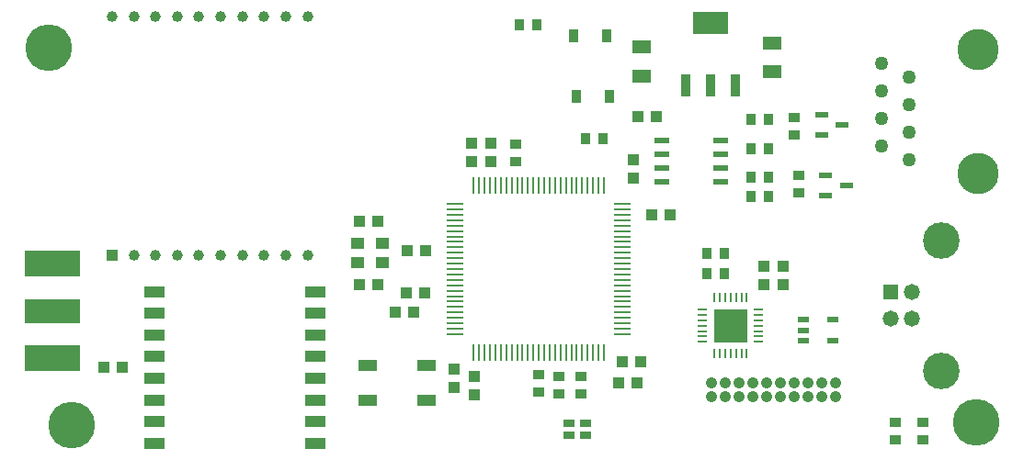
<source format=gbr>
%TF.GenerationSoftware,KiCad,Pcbnew,7.0.1*%
%TF.CreationDate,2023-04-09T14:50:31-07:00*%
%TF.ProjectId,Ground-Station-Telemetry,47726f75-6e64-42d5-9374-6174696f6e2d,rev?*%
%TF.SameCoordinates,Original*%
%TF.FileFunction,Soldermask,Top*%
%TF.FilePolarity,Negative*%
%FSLAX46Y46*%
G04 Gerber Fmt 4.6, Leading zero omitted, Abs format (unit mm)*
G04 Created by KiCad (PCBNEW 7.0.1) date 2023-04-09 14:50:31*
%MOMM*%
%LPD*%
G01*
G04 APERTURE LIST*
%ADD10C,4.300000*%
%ADD11R,1.000000X1.100000*%
%ADD12R,1.460500X0.558800*%
%ADD13R,1.100000X1.000000*%
%ADD14R,0.940000X1.020000*%
%ADD15R,1.008000X1.008000*%
%ADD16C,1.008000*%
%ADD17C,1.270000*%
%ADD18C,3.810000*%
%ADD19R,1.700000X0.990600*%
%ADD20R,0.965200X1.295400*%
%ADD21R,1.950000X1.050000*%
%ADD22R,1.020000X0.940000*%
%ADD23C,1.066800*%
%ADD24R,1.778000X1.270000*%
%ADD25R,0.979300X0.558800*%
%ADD26R,1.300000X1.100000*%
%ADD27R,1.478000X1.478000*%
%ADD28C,1.478000*%
%ADD29C,3.366000*%
%ADD30R,5.080000X2.286000*%
%ADD31R,5.080000X2.413000*%
%ADD32R,1.295400X0.558800*%
%ADD33R,1.000000X0.800000*%
%ADD34R,1.560000X0.280000*%
%ADD35R,0.280000X1.560000*%
%ADD36R,0.900000X0.254000*%
%ADD37R,0.254000X0.900000*%
%ADD38R,3.100000X3.100000*%
%ADD39R,0.950000X2.150000*%
%ADD40R,3.250000X2.150000*%
G04 APERTURE END LIST*
D10*
%TO.C,H4*%
X137541000Y-111252000D03*
%TD*%
D11*
%TO.C,C9*%
X174625000Y-106719000D03*
X174625000Y-108419000D03*
%TD*%
D12*
%TO.C,U6*%
X191839850Y-84963000D03*
X191839850Y-86233000D03*
X191839850Y-87503000D03*
X191839850Y-88773000D03*
X197288150Y-88773000D03*
X197288150Y-87503000D03*
X197288150Y-86233000D03*
X197288150Y-84963000D03*
%TD*%
D13*
%TO.C,C15*%
X168998000Y-100838000D03*
X167298000Y-100838000D03*
%TD*%
D14*
%TO.C,R12*%
X200124000Y-85725000D03*
X201704000Y-85725000D03*
%TD*%
D15*
%TO.C,U5*%
X141237500Y-95560000D03*
D16*
X143237500Y-95560000D03*
X145237500Y-95560000D03*
X147237500Y-95560000D03*
X149237500Y-95560000D03*
X151237500Y-95560000D03*
X153237500Y-95560000D03*
X155237500Y-95560000D03*
X157237500Y-95560000D03*
X159237500Y-95560000D03*
X159237500Y-73560000D03*
X157237500Y-73560000D03*
X155237500Y-73560000D03*
X153237500Y-73560000D03*
X151237500Y-73560000D03*
X149237500Y-73560000D03*
X147237500Y-73560000D03*
X145237500Y-73560000D03*
X143237500Y-73560000D03*
X141237500Y-73560000D03*
%TD*%
D17*
%TO.C,P3*%
X214630000Y-86741000D03*
X212090000Y-85471000D03*
X214630000Y-84201000D03*
X212090000Y-82931000D03*
X214630000Y-81661000D03*
X212090000Y-80391000D03*
X214630000Y-79121000D03*
X212090000Y-77851000D03*
D18*
X220980000Y-88011000D03*
X220980000Y-76581000D03*
%TD*%
D19*
%TO.C,B1*%
X170213000Y-108914999D03*
X164813000Y-108914999D03*
X170213000Y-105715001D03*
X164813000Y-105715001D03*
%TD*%
D10*
%TO.C,H2*%
X135382000Y-76454000D03*
%TD*%
D20*
%TO.C,D3*%
X183769000Y-75311000D03*
X186817000Y-75311000D03*
%TD*%
D21*
%TO.C,U4*%
X159927000Y-112918000D03*
X159927000Y-110918000D03*
X159927000Y-108918000D03*
X159927000Y-106918000D03*
X159927000Y-104918000D03*
X159927000Y-102918000D03*
X159927000Y-100918000D03*
X159927000Y-98918000D03*
X145127000Y-98918000D03*
X145127000Y-100918000D03*
X145127000Y-102918000D03*
X145127000Y-104918000D03*
X145127000Y-106918000D03*
X145127000Y-108918000D03*
X145127000Y-110918000D03*
X145127000Y-112918000D03*
%TD*%
D13*
%TO.C,C13*%
X163996000Y-98298000D03*
X165696000Y-98298000D03*
%TD*%
D14*
%TO.C,R10*%
X200124000Y-83058000D03*
X201704000Y-83058000D03*
%TD*%
D22*
%TO.C,R4*%
X213360000Y-110970000D03*
X213360000Y-112550000D03*
%TD*%
D23*
%TO.C,P1*%
X207899000Y-107303950D03*
X207899000Y-108573950D03*
X206629000Y-107303950D03*
X206629000Y-108573950D03*
X205359000Y-107303950D03*
X205359000Y-108573950D03*
X204089000Y-107303950D03*
X204089000Y-108573950D03*
X202819000Y-107303950D03*
X202819000Y-108573950D03*
X201549000Y-107303950D03*
X201549000Y-108573950D03*
X200279000Y-107303950D03*
X200279000Y-108573950D03*
X199009000Y-107303950D03*
X199009000Y-108573950D03*
X197739000Y-107303950D03*
X197739000Y-108573950D03*
X196469000Y-107303950D03*
X196469000Y-108573950D03*
%TD*%
D24*
%TO.C,C7*%
X190042800Y-79027700D03*
X190042800Y-76386100D03*
%TD*%
D25*
%TO.C,D4*%
X204882052Y-101538999D03*
X204882052Y-102489000D03*
X204882052Y-103439001D03*
X207613948Y-103439001D03*
X207613948Y-101538999D03*
%TD*%
D26*
%TO.C,Y1*%
X166139500Y-94477000D03*
X163839500Y-94477000D03*
X163839500Y-96277000D03*
X166139500Y-96277000D03*
%TD*%
D13*
%TO.C,C14*%
X170014000Y-99060000D03*
X168314000Y-99060000D03*
%TD*%
D14*
%TO.C,R7*%
X178788000Y-74295000D03*
X180368000Y-74295000D03*
%TD*%
D20*
%TO.C,D2*%
X184023000Y-80899000D03*
X187071000Y-80899000D03*
%TD*%
D22*
%TO.C,R3*%
X180543200Y-106601200D03*
X180543200Y-108181200D03*
%TD*%
%TO.C,R1*%
X182422800Y-106753600D03*
X182422800Y-108333600D03*
%TD*%
D13*
%TO.C,C2*%
X187922800Y-107340400D03*
X189622800Y-107340400D03*
%TD*%
D11*
%TO.C,C17*%
X201295000Y-98259000D03*
X201295000Y-96559000D03*
%TD*%
%TO.C,C12*%
X189230000Y-88480000D03*
X189230000Y-86780000D03*
%TD*%
D10*
%TO.C,H1*%
X220853000Y-110998000D03*
%TD*%
D14*
%TO.C,R9*%
X196032000Y-97282000D03*
X197612000Y-97282000D03*
%TD*%
D27*
%TO.C,P2*%
X212926500Y-98953000D03*
D28*
X212926500Y-101453000D03*
X214926500Y-101453000D03*
X214926500Y-98953000D03*
D29*
X217636500Y-106223000D03*
X217636500Y-94183000D03*
%TD*%
D30*
%TO.C,AE1*%
X135699500Y-100711000D03*
D31*
X135699500Y-105092500D03*
X135699500Y-96329500D03*
%TD*%
D14*
%TO.C,R13*%
X200124000Y-88392000D03*
X201704000Y-88392000D03*
%TD*%
%TO.C,R8*%
X196032000Y-95377000D03*
X197612000Y-95377000D03*
%TD*%
D32*
%TO.C,D6*%
X206946500Y-88203999D03*
X206946500Y-90104001D03*
X208851500Y-89154000D03*
%TD*%
D13*
%TO.C,C18*%
X142175600Y-105867200D03*
X140475600Y-105867200D03*
%TD*%
D22*
%TO.C,R2*%
X184454800Y-106753600D03*
X184454800Y-108333600D03*
%TD*%
%TO.C,R14*%
X204470000Y-89817000D03*
X204470000Y-88237000D03*
%TD*%
D13*
%TO.C,C8*%
X163996000Y-92456000D03*
X165696000Y-92456000D03*
%TD*%
D14*
%TO.C,R15*%
X200124000Y-90170000D03*
X201704000Y-90170000D03*
%TD*%
%TO.C,R6*%
X186464000Y-84836000D03*
X184884000Y-84836000D03*
%TD*%
D33*
%TO.C,D1*%
X183349200Y-111057600D03*
X184849200Y-111057600D03*
X184849200Y-112157600D03*
X183349200Y-112157600D03*
%TD*%
D34*
%TO.C,U1*%
X172860000Y-90841000D03*
X172860000Y-91341000D03*
X172860000Y-91841000D03*
X172860000Y-92341000D03*
X172860000Y-92841000D03*
X172860000Y-93341000D03*
X172860000Y-93841000D03*
X172860000Y-94341000D03*
X172860000Y-94841000D03*
X172860000Y-95341000D03*
X172860000Y-95841000D03*
X172860000Y-96341000D03*
X172860000Y-96841000D03*
X172860000Y-97341000D03*
X172860000Y-97841000D03*
X172860000Y-98341000D03*
X172860000Y-98841000D03*
X172860000Y-99341000D03*
X172860000Y-99841000D03*
X172860000Y-100341000D03*
X172860000Y-100841000D03*
X172860000Y-101341000D03*
X172860000Y-101841000D03*
X172860000Y-102341000D03*
X172860000Y-102841000D03*
D35*
X174540000Y-104521000D03*
X175040000Y-104521000D03*
X175540000Y-104521000D03*
X176040000Y-104521000D03*
X176540000Y-104521000D03*
X177040000Y-104521000D03*
X177540000Y-104521000D03*
X178040000Y-104521000D03*
X178540000Y-104521000D03*
X179040000Y-104521000D03*
X179540000Y-104521000D03*
X180040000Y-104521000D03*
X180540000Y-104521000D03*
X181040000Y-104521000D03*
X181540000Y-104521000D03*
X182040000Y-104521000D03*
X182540000Y-104521000D03*
X183040000Y-104521000D03*
X183540000Y-104521000D03*
X184040000Y-104521000D03*
X184540000Y-104521000D03*
X185040000Y-104521000D03*
X185540000Y-104521000D03*
X186040000Y-104521000D03*
X186540000Y-104521000D03*
D34*
X188220000Y-102841000D03*
X188220000Y-102341000D03*
X188220000Y-101841000D03*
X188220000Y-101341000D03*
X188220000Y-100841000D03*
X188220000Y-100341000D03*
X188220000Y-99841000D03*
X188220000Y-99341000D03*
X188220000Y-98841000D03*
X188220000Y-98341000D03*
X188220000Y-97841000D03*
X188220000Y-97341000D03*
X188220000Y-96841000D03*
X188220000Y-96341000D03*
X188220000Y-95841000D03*
X188220000Y-95341000D03*
X188220000Y-94841000D03*
X188220000Y-94341000D03*
X188220000Y-93841000D03*
X188220000Y-93341000D03*
X188220000Y-92841000D03*
X188220000Y-92341000D03*
X188220000Y-91841000D03*
X188220000Y-91341000D03*
X188220000Y-90841000D03*
D35*
X186540000Y-89161000D03*
X186040000Y-89161000D03*
X185540000Y-89161000D03*
X185040000Y-89161000D03*
X184540000Y-89161000D03*
X184040000Y-89161000D03*
X183540000Y-89161000D03*
X183040000Y-89161000D03*
X182540000Y-89161000D03*
X182040000Y-89161000D03*
X181540000Y-89161000D03*
X181040000Y-89161000D03*
X180540000Y-89161000D03*
X180040000Y-89161000D03*
X179540000Y-89161000D03*
X179040000Y-89161000D03*
X178540000Y-89161000D03*
X178040000Y-89161000D03*
X177540000Y-89161000D03*
X177040000Y-89161000D03*
X176540000Y-89161000D03*
X176040000Y-89161000D03*
X175540000Y-89161000D03*
X175040000Y-89161000D03*
X174540000Y-89161000D03*
%TD*%
D22*
%TO.C,R11*%
X204089000Y-84483000D03*
X204089000Y-82903000D03*
%TD*%
D36*
%TO.C,U3*%
X200787000Y-103558000D03*
X200787000Y-103058000D03*
X200787000Y-102558000D03*
X200787000Y-102058000D03*
X200787000Y-101558000D03*
X200787000Y-101058000D03*
X200787000Y-100558000D03*
D37*
X199697000Y-99468000D03*
X199197000Y-99468000D03*
X198697000Y-99468000D03*
X198197000Y-99468000D03*
X197697000Y-99468000D03*
X197197000Y-99468000D03*
X196697000Y-99468000D03*
D36*
X195607000Y-100558000D03*
X195607000Y-101058000D03*
X195607000Y-101558000D03*
X195607000Y-102058000D03*
X195607000Y-102558000D03*
X195607000Y-103058000D03*
X195607000Y-103558000D03*
D37*
X196697000Y-104648000D03*
X197197000Y-104648000D03*
X197697000Y-104648000D03*
X198197000Y-104648000D03*
X198697000Y-104648000D03*
X199197000Y-104648000D03*
X199697000Y-104648000D03*
D38*
X198197000Y-102058000D03*
%TD*%
D13*
%TO.C,C19*%
X191350000Y-82804000D03*
X189650000Y-82804000D03*
%TD*%
D32*
%TO.C,D5*%
X206565500Y-82615999D03*
X206565500Y-84516001D03*
X208470500Y-83566000D03*
%TD*%
D13*
%TO.C,C3*%
X190920000Y-91821000D03*
X192620000Y-91821000D03*
%TD*%
D24*
%TO.C,C4*%
X202057000Y-78672100D03*
X202057000Y-76030500D03*
%TD*%
D11*
%TO.C,C16*%
X203073000Y-98259000D03*
X203073000Y-96559000D03*
%TD*%
%TO.C,C6*%
X176149000Y-86956000D03*
X176149000Y-85256000D03*
%TD*%
D13*
%TO.C,C5*%
X188227600Y-105410000D03*
X189927600Y-105410000D03*
%TD*%
D22*
%TO.C,J1*%
X178435000Y-85316000D03*
X178435000Y-86896000D03*
%TD*%
D11*
%TO.C,C10*%
X174371000Y-86956000D03*
X174371000Y-85256000D03*
%TD*%
D13*
%TO.C,C11*%
X170141000Y-95123000D03*
X168441000Y-95123000D03*
%TD*%
D39*
%TO.C,U2*%
X194042000Y-79925500D03*
X196342000Y-79925500D03*
D40*
X196342000Y-74125500D03*
D39*
X198642000Y-79925500D03*
%TD*%
D11*
%TO.C,C1*%
X172720000Y-106084000D03*
X172720000Y-107784000D03*
%TD*%
D22*
%TO.C,R5*%
X215900000Y-110970000D03*
X215900000Y-112550000D03*
%TD*%
M02*

</source>
